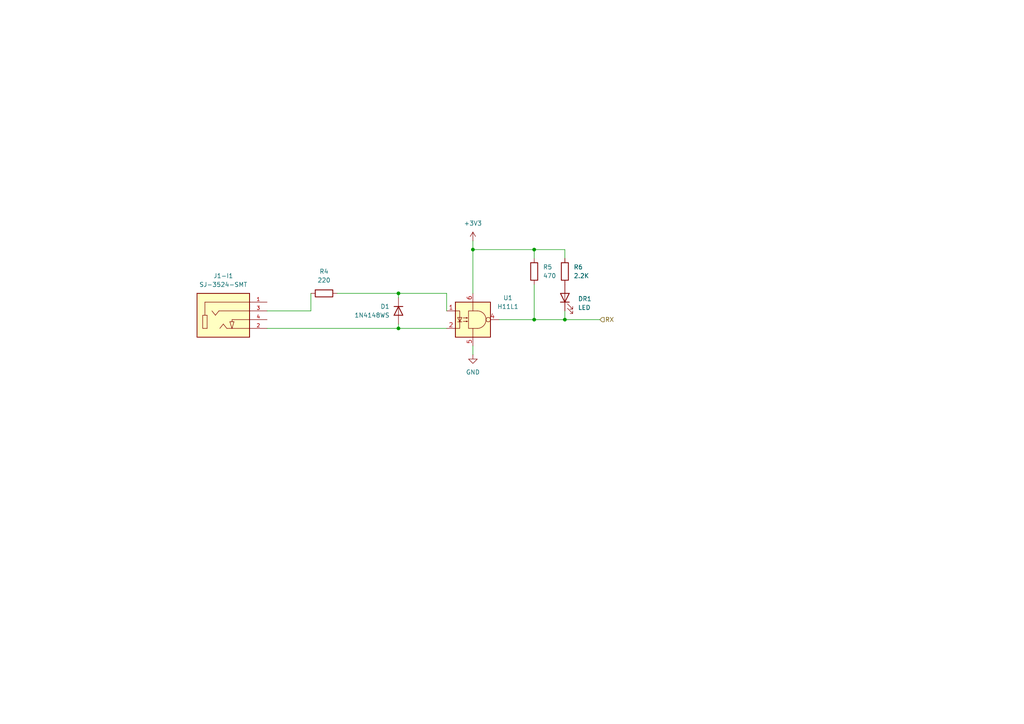
<source format=kicad_sch>
(kicad_sch (version 20231120) (generator "eeschema") (generator_version "8.0")
  (paper "A4")
  (lib_symbols
    (symbol "Device:LED" (pin_numbers hide) (pin_names (offset 1.016) hide)
      (property "Reference" "D" (at 0 2.54 0))
      (property "Value" "LED" (at 0 -2.54 0))
      (symbol "LED_0_1"
        (polyline (pts (xy -1.27 -1.27) (xy -1.27 1.27)) (stroke (width 0.254)))
        (polyline (pts (xy -1.27 0) (xy 1.27 0)))
        (polyline (pts (xy 1.27 -1.27) (xy 1.27 1.27) (xy -1.27 0) (xy 1.27 -1.27)) (stroke (width 0.254)))
        (polyline (pts (xy -3.048 -0.762) (xy -4.572 -2.286) (xy -3.81 -2.286) (xy -4.572 -2.286) (xy -4.572 -1.524)))
        (polyline (pts (xy -1.778 -0.762) (xy -3.302 -2.286) (xy -2.54 -2.286) (xy -3.302 -2.286) (xy -3.302 -1.524)))
      )
      (symbol "LED_1_1"
        (pin passive line (at -3.81 0 0) (length 2.54) (name "K") (number "1"))
        (pin passive line (at 3.81 0 180) (length 2.54) (name "A") (number "2"))
      )
    )
    (symbol "Device:R" (pin_numbers hide) (pin_names (offset 0))
      (property "Reference" "R" (at 2.032 0 90))
      (property "Value" "R" (at 0 0 90))
      (symbol "R_0_1"
        (rectangle (start -1.016 -2.54) (end 1.016 2.54) (stroke (width 0.254)))
      )
      (symbol "R_1_1"
        (pin passive line (at 0 3.81 270) (length 1.27) (name "~") (number "1"))
        (pin passive line (at 0 -3.81 90) (length 1.27) (name "~") (number "2"))
      )
    )
    (symbol "Diode:1N4148WS" (pin_numbers hide) (pin_names hide)
      (property "Reference" "D" (at 0 2.54 0))
      (property "Value" "1N4148WS" (at 0 -2.54 0))
      (symbol "1N4148WS_0_1"
        (polyline (pts (xy -1.27 1.27) (xy -1.27 -1.27)) (stroke (width 0.254)))
        (polyline (pts (xy 1.27 0) (xy -1.27 0)))
        (polyline (pts (xy 1.27 1.27) (xy 1.27 -1.27) (xy -1.27 0) (xy 1.27 1.27)) (stroke (width 0.254)))
      )
      (symbol "1N4148WS_1_1"
        (pin passive line (at -3.81 0 0) (length 2.54) (name "K") (number "1"))
        (pin passive line (at 3.81 0 180) (length 2.54) (name "A") (number "2"))
      )
    )
    (symbol "Isolator:H11L1" (pin_names (offset 1.016))
      (property "Reference" "U" (at 1.27 8.89 0))
      (property "Value" "H11L1" (at 1.27 6.35 0))
      (symbol "H11L1_0_1"
        (rectangle (start -5.08 5.08) (end 5.08 -5.08) (stroke (width 0.254)) (fill (type background)))
        (polyline (pts (xy -4.445 -0.635) (xy -3.175 -0.635)))
        (polyline (pts (xy 0 2.54) (xy 0 5.08)))
        (polyline (pts (xy 0 -2.54) (xy 0 -5.08) (xy 0 -3.81)))
        (polyline (pts (xy -5.08 -2.54) (xy -3.81 -2.54) (xy -3.81 2.54) (xy -5.08 2.54)))
        (polyline (pts (xy -3.81 -0.635) (xy -4.445 0.635) (xy -3.175 0.635) (xy -3.81 -0.635)))
        (polyline (pts (xy 1.27 -2.54) (xy -1.27 -2.54) (xy -1.27 2.54) (xy 1.27 2.54)))
        (polyline (pts (xy -2.794 -0.508) (xy -1.524 -0.508) (xy -1.905 -0.635) (xy -1.905 -0.381) (xy -1.524 -0.508)))
        (polyline (pts (xy -2.794 0.508) (xy -1.524 0.508) (xy -1.905 0.381) (xy -1.905 0.635) (xy -1.524 0.508)))
        (arc (start 1.27 -2.54) (mid 3.799 0) (end 1.27 2.54))
      )
      (symbol "H11L1_1_1"
        (pin passive line (at -7.62 2.54 0) (length 2.54) (name "~") (number "1"))
        (pin passive line (at -7.62 -2.54 0) (length 2.54) (name "~") (number "2"))
        (pin no_connect line (at -5.08 0 0) (length 2.54) hide (name "~") (number "3"))
        (pin output inverted (at 7.62 0 180) (length 3.81) (name "~") (number "4"))
        (pin power_in line (at 0 -7.62 90) (length 2.54) (name "~") (number "5"))
        (pin power_in line (at 0 7.62 270) (length 2.54) (name "~") (number "6"))
      )
    )
    (symbol "MIDI_projects:SJ-3524-SMT" (pin_names (offset 1.016))
      (property "Reference" "J" (at -7.637 8.2738 0))
      (property "Value" "SJ-3524-SMT" (at -7.6519 -7.6606 0))
      (symbol "SJ-3524-SMT_0_0"
        (rectangle (start -7.62 -5.08) (end 7.62 7.62) (stroke (width 0.254)) (fill (type background)))
        (polyline (pts (xy -5.969 -2.54) (xy -4.699 -2.54)) (stroke (width 0.1524)))
        (polyline (pts (xy -5.969 1.27) (xy -5.969 -2.54)) (stroke (width 0.1524)))
        (polyline (pts (xy -5.334 1.27) (xy -5.969 1.27)) (stroke (width 0.1524)))
        (polyline (pts (xy -5.334 1.27) (xy -5.334 5.08)) (stroke (width 0.1524)))
        (polyline (pts (xy -5.334 5.08) (xy 7.62 5.08)) (stroke (width 0.1524)))
        (polyline (pts (xy -4.699 -2.54) (xy -4.699 1.27)) (stroke (width 0.1524)))
        (polyline (pts (xy -4.699 1.27) (xy -5.334 1.27)) (stroke (width 0.1524)))
        (polyline (pts (xy -2.286 1.27) (xy -3.302 2.54)) (stroke (width 0.1524)))
        (polyline (pts (xy -1.27 2.54) (xy -2.286 1.27)) (stroke (width 0.1524)))
        (polyline (pts (xy -1.016 -2.54) (xy 0 -1.27)) (stroke (width 0.1524)))
        (polyline (pts (xy 0 -1.27) (xy 1.016 -2.54)) (stroke (width 0.1524)))
        (polyline (pts (xy 1.9 -0.6) (xy 2.5 -2.53)) (stroke (width 0.1524)))
        (polyline (pts (xy 1.9 -0.6) (xy 3.09 -0.6)) (stroke (width 0.1524)))
        (polyline (pts (xy 2.53 -2.52) (xy 2.53 -2.53)) (stroke (width 0.1524)))
        (polyline (pts (xy 2.54 0) (xy 2.54 -0.62)) (stroke (width 0.1524)))
        (polyline (pts (xy 2.54 0) (xy 7.62 0)) (stroke (width 0.1524)))
        (polyline (pts (xy 3.09 -0.6) (xy 2.53 -2.52)) (stroke (width 0.1524)))
        (polyline (pts (xy 7.62 -2.54) (xy 1.016 -2.54)) (stroke (width 0.1524)))
        (polyline (pts (xy 7.62 2.54) (xy -1.27 2.54)) (stroke (width 0.1524)))
        (pin passive line (at 12.7 5.08 180) (length 5.08) (name "~") (number "1"))
        (pin passive line (at 12.7 -2.54 180) (length 5.08) (name "~") (number "2"))
        (pin passive line (at 12.7 2.54 180) (length 5.08) (name "~") (number "3"))
        (pin passive line (at 12.7 0 180) (length 5.08) (name "~") (number "4"))
      )
    )
    (symbol "power:+3V3" (power) (pin_numbers hide) (pin_names (offset 0) hide)
      (property "Value" "+3V3" (at 0 3.556 0))
      (symbol "+3V3_0_1"
        (polyline (pts (xy -0.762 1.27) (xy 0 2.54)))
        (polyline (pts (xy 0 0) (xy 0 2.54)))
        (polyline (pts (xy 0 2.54) (xy 0.762 1.27)))
      )
      (symbol "+3V3_1_1"
        (pin power_in line (at 0 0 90) (length 0) (name "~") (number "1"))
      )
    )
    (symbol "power:GND" (power) (pin_numbers hide) (pin_names (offset 0) hide)
      (property "Value" "GND" (at 0 -3.81 0))
      (symbol "GND_0_1"
        (polyline (pts (xy 0 0) (xy 0 -1.27) (xy 1.27 -1.27) (xy 0 -2.54) (xy -1.27 -1.27) (xy 0 -1.27)))
      )
      (symbol "GND_1_1"
        (pin power_in line (at 0 0 270) (length 0) (name "~") (number "1"))
      )
    )
  )
  (junction (at 154.94 92.71))
  (junction (at 115.57 85.09))
  (junction (at 137.16 72.39))
  (junction (at 154.94 72.39))
  (junction (at 115.57 95.25))
  (junction (at 163.83 92.71))
  (wire (pts (xy 129.54 85.09) (xy 129.54 90.17)))
  (wire (pts (xy 144.78 92.71) (xy 154.94 92.71)))
  (wire (pts (xy 115.57 93.98) (xy 115.57 95.25)))
  (wire (pts (xy 137.16 100.33) (xy 137.16 102.87)))
  (wire (pts (xy 163.83 72.39) (xy 163.83 74.93)))
  (wire (pts (xy 115.57 95.25) (xy 129.54 95.25)))
  (wire (pts (xy 154.94 72.39) (xy 163.83 72.39)))
  (wire (pts (xy 77.47 95.25) (xy 115.57 95.25)))
  (wire (pts (xy 97.79 85.09) (xy 115.57 85.09)))
  (wire (pts (xy 137.16 72.39) (xy 137.16 85.09)))
  (wire (pts (xy 77.47 90.17) (xy 90.17 90.17)))
  (wire (pts (xy 137.16 69.85) (xy 137.16 72.39)))
  (wire (pts (xy 90.17 90.17) (xy 90.17 85.09)))
  (wire (pts (xy 154.94 82.55) (xy 154.94 92.71)))
  (wire (pts (xy 163.83 92.71) (xy 173.99 92.71)))
  (wire (pts (xy 115.57 85.09) (xy 129.54 85.09)))
  (wire (pts (xy 137.16 72.39) (xy 154.94 72.39)))
  (wire (pts (xy 154.94 72.39) (xy 154.94 74.93)))
  (wire (pts (xy 154.94 92.71) (xy 163.83 92.71)))
  (wire (pts (xy 115.57 85.09) (xy 115.57 86.36)))
  (wire (pts (xy 163.83 90.17) (xy 163.83 92.71)))
  (hierarchical_label "RX" (shape input) (at 173.99 92.71 0))
  (symbol (lib_id "Device:R") (at 163.83 78.74 0) (unit 1)
    (property "Reference" "R6" (at 166.37 77.4699 0) (effects (justify left)))
    (property "Value" "2.2K" (at 166.37 80.0099 0) (effects (justify left)))
    (property "Footprint" "Resistor_SMD:R_0805_2012Metric" (effects (hide yes)))
    (property "Description" "Resistor" (effects (hide yes)))
    (property "LCSC" "C17520" (effects (hide yes)))
  )
  (symbol (lib_id "power:+3V3") (at 137.16 69.85 0) (unit 1)
    (property "Reference" "#PWR02" (effects (hide yes)))
    (property "Value" "+3V3" (at 137.16 64.77 0))
    (property "Description" "Power symbol creates a global label with name \"+3V3\"" (effects (hide yes)))
  )
  (symbol (lib_id "Diode:1N4148WS") (at 115.57 90.17 90) (mirror x) (unit 1)
    (property "Reference" "D1" (at 113.03 88.8999 90) (effects (justify left)))
    (property "Value" "1N4148WS" (at 113.03 91.4399 90) (effects (justify left)))
    (property "Footprint" "Diode_SMD:D_SOD-323" (effects (hide yes)))
    (property "Datasheet" "https://www.vishay.com/docs/85751/1n4148ws.pdf" (effects (hide yes)))
    (property "Description" "75V 0.15A Fast switching Diode, SOD-323" (effects (hide yes)))
    (property "Sim.Device" "D" (effects (hide yes)))
    (property "Sim.Pins" "1=K 2=A" (effects (hide yes)))
    (property "LCSC" "C2128" (effects (hide yes)))
  )
  (symbol (lib_id "Device:LED") (at 163.83 86.36 90) (unit 1)
    (property "Reference" "DR1" (at 167.64 86.6774 90) (effects (justify right)))
    (property "Value" "LED" (at 167.64 89.2174 90) (effects (justify right)))
    (property "Footprint" "LED_SMD:LED_0603_1608Metric" (effects (hide yes)))
    (property "Description" "Light emitting diode" (effects (hide yes)))
    (property "LCSC" "C2286 " (effects (hide yes)))
  )
  (symbol (lib_id "power:GND") (at 137.16 102.87 0) (unit 1)
    (property "Reference" "#PWR011" (effects (hide yes)))
    (property "Value" "GND" (at 137.16 107.95 0))
    (property "Description" "Power symbol creates a global label with name \"GND\" , ground" (effects (hide yes)))
  )
  (symbol (lib_id "Isolator:H11L1") (at 137.16 92.71 0) (unit 1)
    (property "Reference" "U1" (at 147.32 86.3914 0))
    (property "Value" "H11L1" (at 147.32 88.9314 0))
    (property "Footprint" "Package_DIP:SMDIP-6_W9.53mm" (effects (hide yes)))
    (property "Datasheet" "https://www.onsemi.com/pub/Collateral/H11L3M-D.PDF" (effects (hide yes)))
    (property "Description" "Schmitt Trigger Output Optocoupler, High Speed, DIP-6, 1.6mA turn on threshold" (effects (hide yes)))
    (property "LCSC" "C78589" (effects (hide yes)))
  )
  (symbol (lib_id "Device:R") (at 154.94 78.74 180) (unit 1)
    (property "Reference" "R5" (at 157.48 77.4699 0) (effects (justify right)))
    (property "Value" "470" (at 157.48 80.0099 0) (effects (justify right)))
    (property "Footprint" "Resistor_SMD:R_0805_2012Metric" (effects (hide yes)))
    (property "Description" "Resistor" (effects (hide yes)))
    (property "LCSC" "C17710" (effects (hide yes)))
  )
  (symbol (lib_id "Device:R") (at 93.98 85.09 90) (unit 1)
    (property "Reference" "R4" (at 93.98 78.74 90))
    (property "Value" "220" (at 93.98 81.28 90))
    (property "Footprint" "Resistor_SMD:R_0805_2012Metric" (effects (hide yes)))
    (property "Description" "Resistor" (effects (hide yes)))
    (property "LCSC" "C17557" (effects (hide yes)))
  )
  (symbol (lib_id "MIDI_projects:SJ-3524-SMT") (at 64.77 92.71 0) (unit 1) (in_bom no)
    (property "Reference" "J1-I1" (at 64.77 80.01 0))
    (property "Value" "SJ-3524-SMT" (at 64.77 82.55 0))
    (property "Footprint" "MIDI_projects:CUI_SJ-3524-SMT" (effects (hide yes)))
    (property "PARTREV" "1.03" (effects (hide yes)))
    (property "MF" "CUI Inc" (effects (hide yes)))
  )
)
</source>
